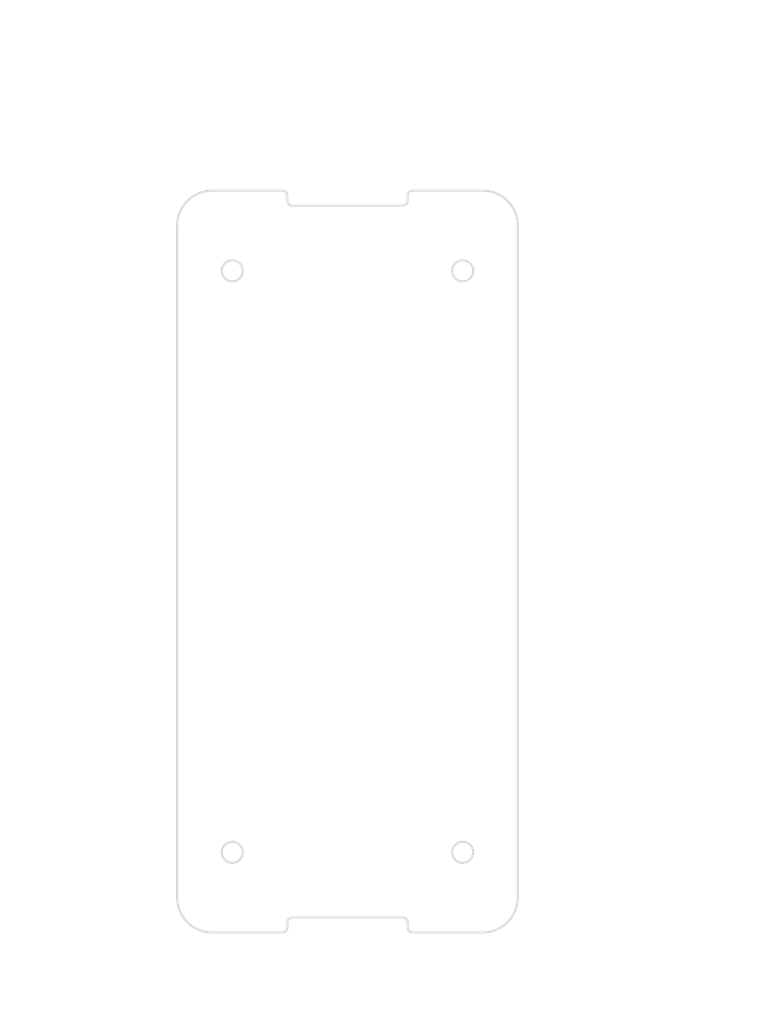
<source format=kicad_pcb>
(kicad_pcb (version 20221018) (generator pcbnew)

  (general
    (thickness 1.6)
  )

  (paper "A4")
  (layers
    (0 "F.Cu" signal)
    (31 "B.Cu" signal)
    (32 "B.Adhes" user "B.Adhesive")
    (33 "F.Adhes" user "F.Adhesive")
    (34 "B.Paste" user)
    (35 "F.Paste" user)
    (36 "B.SilkS" user "B.Silkscreen")
    (37 "F.SilkS" user "F.Silkscreen")
    (38 "B.Mask" user)
    (39 "F.Mask" user)
    (40 "Dwgs.User" user "User.Drawings")
    (41 "Cmts.User" user "User.Comments")
    (42 "Eco1.User" user "User.Eco1")
    (43 "Eco2.User" user "User.Eco2")
    (44 "Edge.Cuts" user)
    (45 "Margin" user)
    (46 "B.CrtYd" user "B.Courtyard")
    (47 "F.CrtYd" user "F.Courtyard")
    (48 "B.Fab" user)
    (49 "F.Fab" user)
  )

  (setup
    (pad_to_mask_clearance 0.051)
    (solder_mask_min_width 0.25)
    (pcbplotparams
      (layerselection 0x00010fc_ffffffff)
      (plot_on_all_layers_selection 0x0000000_00000000)
      (disableapertmacros false)
      (usegerberextensions false)
      (usegerberattributes false)
      (usegerberadvancedattributes false)
      (creategerberjobfile false)
      (dashed_line_dash_ratio 12.000000)
      (dashed_line_gap_ratio 3.000000)
      (svgprecision 4)
      (plotframeref false)
      (viasonmask false)
      (mode 1)
      (useauxorigin false)
      (hpglpennumber 1)
      (hpglpenspeed 20)
      (hpglpendiameter 15.000000)
      (dxfpolygonmode true)
      (dxfimperialunits true)
      (dxfusepcbnewfont true)
      (psnegative false)
      (psa4output false)
      (plotreference true)
      (plotvalue true)
      (plotinvisibletext false)
      (sketchpadsonfab false)
      (subtractmaskfromsilk false)
      (outputformat 1)
      (mirror false)
      (drillshape 1)
      (scaleselection 1)
      (outputdirectory "")
    )
  )

  (net 0 "")

  (gr_line (start 158.878012 137.876606) (end 185.31598 137.876606)
    (stroke (width 0.2) (type solid)) (layer "Dwgs.User") (tstamp 0c011092-c529-4552-b5bb-775bcc19edeb))
  (gr_line (start 165.878012 127.876606) (end 165.878012 86.934041)
    (stroke (width 0.2) (type solid)) (layer "Dwgs.User") (tstamp 11ddad30-bf27-4eee-9ccd-c7aafc37b91a))
  (gr_line (start 161.378012 66.376606) (end 161.378012 44.963666)
    (stroke (width 0.2) (type solid)) (layer "Dwgs.User") (tstamp 1b70354c-ad63-440d-8f72-d311ae1a1bec))
  (gr_line (start 132.878012 129.966606) (end 132.878012 129.786606)
    (stroke (width 0.2) (type solid)) (layer "Dwgs.User") (tstamp 29ad49c2-a53d-4226-b25c-356d3d096203))
  (gr_line (start 172.504913 134.376606) (end 172.504913 102.741218)
    (stroke (width 0.2) (type solid)) (layer "Dwgs.User") (tstamp 3c146952-2099-47aa-bffc-1c2684cb9fa2))
  (gr_line (start 156.878012 71.876606) (end 169.053012 71.876606)
    (stroke (width 0.2) (type solid)) (layer "Dwgs.User") (tstamp 404f727f-92ba-4247-b92f-199830ef9db6))
  (gr_line (start 123.092624 123.51121) (end 130.321343 128.213493)
    (stroke (width 0.2) (type solid)) (layer "Dwgs.User") (tstamp 46e58ea9-5cd5-4a84-a199-3e21a04988f7))
  (gr_line (start 138.378012 138.376606) (end 138.378012 146.916205)
    (stroke (width 0.2) (type solid)) (layer "Dwgs.User") (tstamp 4c3d0182-ae9b-4d75-858f-eaf58bdfaa67))
  (gr_line (start 127.378012 66.376606) (end 127.378012 44.963666)
    (stroke (width 0.2) (type solid)) (layer "Dwgs.User") (tstamp 607019dc-089b-4c65-b204-7132dd97bf1b))
  (gr_line (start 156.878012 129.876606) (end 169.053012 129.876606)
    (stroke (width 0.2) (type solid)) (layer "Dwgs.User") (tstamp 642d6e58-8ca6-475b-85c7-b86f90670e80))
  (gr_line (start 165.878012 73.876606) (end 165.878012 79.819171)
    (stroke (width 0.2) (type solid)) (layer "Dwgs.User") (tstamp 64f2413e-5dc2-46b4-be8f-5414c6cedf70))
  (gr_line (start 132.788012 129.876606) (end 132.968012 129.876606)
    (stroke (width 0.2) (type solid)) (layer "Dwgs.User") (tstamp 6ef8b52b-fe40-47ab-a256-95cfa821d45c))
  (gr_line (start 182.14098 135.876606) (end 182.14098 91.28211)
    (stroke (width 0.2) (type solid)) (layer "Dwgs.User") (tstamp 75244ff6-4e3f-4829-a461-e8ba058d45ba))
  (gr_line (start 129.378012 48.138666) (end 147.393587 48.138666)
    (stroke (width 0.2) (type solid)) (layer "Dwgs.User") (tstamp 7d51c686-bc2d-40cd-afb6-6f39143cc7bd))
  (gr_line (start 158.878012 63.876606) (end 185.31598 63.876606)
    (stroke (width 0.2) (type solid)) (layer "Dwgs.User") (tstamp 7feac794-0bb2-4324-8ea4-5aa79d3075b5))
  (gr_line (start 153.878012 59.337339) (end 148.422623 59.337339)
    (stroke (width 0.2) (type solid)) (layer "Dwgs.User") (tstamp 82d62eed-cbdb-4235-b9f8-202e1d450c93))
  (gr_line (start 118.668202 138.446145) (end 120.668202 138.446145)
    (stroke (width 0.2) (type solid)) (layer "Dwgs.User") (tstamp 8532a4c0-94e5-4513-b16e-2fb2ba7f41b5))
  (gr_line (start 132.878012 70.876606) (end 132.878012 56.162339)
    (stroke (width 0.2) (type solid)) (layer "Dwgs.User") (tstamp 8e9e8d5a-0238-44b6-aea9-e6c287ed6c6a))
  (gr_line (start 134.878012 59.337339) (end 140.333401 59.337339)
    (stroke (width 0.2) (type solid)) (layer "Dwgs.User") (tstamp 9477fbc5-ed69-4a5d-90f4-2afd4f18db49))
  (gr_line (start 121.092624 123.51121) (end 123.092624 123.51121)
    (stroke (width 0.2) (type solid)) (layer "Dwgs.User") (tstamp 9a30890b-ad3f-406d-87b9-606d573cb02a))
  (gr_line (start 159.378012 48.138666) (end 155.48281 48.138666)
    (stroke (width 0.2) (type solid)) (layer "Dwgs.User") (tstamp 9c27f99f-0e58-4eae-bab9-036bec82ea80))
  (gr_line (start 182.14098 65.876606) (end 182.14098 84.167239)
    (stroke (width 0.2) (type solid)) (layer "Dwgs.User") (tstamp bd9edbec-74b1-4c05-9866-61da1249062c))
  (gr_line (start 138.378012 143.741205) (end 135.566926 143.741205)
    (stroke (width 0.2) (type solid)) (layer "Dwgs.User") (tstamp bf04074c-5663-44d5-bfab-c4d393189bc4))
  (gr_line (start 148.378012 143.741205) (end 140.378012 143.741205)
    (stroke (width 0.2) (type solid)) (layer "Dwgs.User") (tstamp c11f4fc2-56f6-4665-b33a-15c454c33a5d))
  (gr_line (start 120.668202 138.446145) (end 125.768912 136.413048)
    (stroke (width 0.2) (type solid)) (layer "Dwgs.User") (tstamp c178dda7-8b4e-4b03-9cf7-be5a440467c9))
  (gr_line (start 150.878012 65.376606) (end 175.679913 65.376606)
    (stroke (width 0.2) (type solid)) (layer "Dwgs.User") (tstamp c1baf937-4e8f-4475-ae06-8dfaeb447f79))
  (gr_line (start 172.504913 67.376606) (end 172.504913 95.626347)
    (stroke (width 0.2) (type solid)) (layer "Dwgs.User") (tstamp c9bb0f6c-2a12-4e7b-9a4f-ff076351aa48))
  (gr_line (start 150.878012 136.376606) (end 175.679913 136.376606)
    (stroke (width 0.2) (type solid)) (layer "Dwgs.User") (tstamp dbef24cd-aa73-43d9-95ab-dd0749b4faab))
  (gr_line (start 150.378012 138.376606) (end 150.378012 146.916205)
    (stroke (width 0.2) (type solid)) (layer "Dwgs.User") (tstamp e7cb3d1d-899c-4428-b218-dc787644359a))
  (gr_line (start 155.878012 70.876606) (end 155.878012 56.162339)
    (stroke (width 0.2) (type solid)) (layer "Dwgs.User") (tstamp ee475acb-c306-4f63-a1f0-16dfe88659b7))
  (gr_arc (start 137.878012 63.876606) (mid 138.231565 64.023053) (end 138.378012 64.376606)
    (stroke (width 0.2) (type solid)) (layer "Edge.Cuts") (tstamp 1763a350-ad74-4958-98b8-726d3398de7d))
  (gr_line (start 157.878012 63.876606) (end 150.878012 63.876606)
    (stroke (width 0.2) (type solid)) (layer "Edge.Cuts") (tstamp 2a529ed7-b1aa-43a1-b566-8e12c60cdd06))
  (gr_line (start 138.378012 137.376606) (end 138.378012 136.876606)
    (stroke (width 0.2) (type solid)) (layer "Edge.Cuts") (tstamp 2aaf2acc-16e2-4218-afdc-f06fa1147b8e))
  (gr_line (start 150.378012 136.876606) (end 150.378012 137.376606)
    (stroke (width 0.2) (type solid)) (layer "Edge.Cuts") (tstamp 34b23a3a-a0de-4527-933f-6a6391f42193))
  (gr_circle (center 132.878012 71.876606) (end 133.928012 71.876606)
    (stroke (width 0.2) (type solid)) (fill none) (layer "Edge.Cuts") (tstamp 3e759060-e13d-410b-851b-00b06d6d964e))
  (gr_arc (start 157.878012 63.876606) (mid 160.352886 64.901732) (end 161.378012 67.376606)
    (stroke (width 0.2) (type solid)) (layer "Edge.Cuts") (tstamp 42ef25b0-312d-481e-a3e5-351727f155fc))
  (gr_line (start 150.878012 137.876606) (end 157.878012 137.876606)
    (stroke (width 0.2) (type solid)) (layer "Edge.Cuts") (tstamp 4c15ca01-14ed-4faa-b399-c4f3b60338e3))
  (gr_circle (center 132.878012 129.876606) (end 133.928012 129.876606)
    (stroke (width 0.2) (type solid)) (fill none) (layer "Edge.Cuts") (tstamp 557d16a4-4599-4c8e-aa5a-0c87d9809f3c))
  (gr_line (start 161.378012 134.376606) (end 161.378012 67.376606)
    (stroke (width 0.2) (type solid)) (layer "Edge.Cuts") (tstamp 5647c08a-edeb-487f-9085-3e21ab965e27))
  (gr_arc (start 127.378012 67.376606) (mid 128.403138 64.901732) (end 130.878012 63.876606)
    (stroke (width 0.2) (type solid)) (layer "Edge.Cuts") (tstamp 5ae5192c-ff5e-4d94-b469-3f3754a3ab4a))
  (gr_line (start 138.878012 136.376606) (end 149.878012 136.376606)
    (stroke (width 0.2) (type solid)) (layer "Edge.Cuts") (tstamp 5b61ccc1-51a0-440a-ba0c-33f341753916))
  (gr_line (start 137.878012 63.876606) (end 130.878012 63.876606)
    (stroke (width 0.2) (type solid)) (layer "Edge.Cuts") (tstamp 61c10550-a4e6-48f6-8ea4-e932c3284c00))
  (gr_arc (start 150.878012 137.876606) (mid 150.524459 137.730159) (end 150.378012 137.376606)
    (stroke (width 0.2) (type solid)) (layer "Edge.Cuts") (tstamp 67ac8734-6135-425f-ba31-094dbf2794e6))
  (gr_arc (start 138.378012 136.876606) (mid 138.524459 136.523053) (end 138.878012 136.376606)
    (stroke (width 0.2) (type solid)) (layer "Edge.Cuts") (tstamp 7789c155-79bf-4018-b473-c0a41c123b31))
  (gr_circle (center 155.878012 129.876606) (end 156.928012 129.876606)
    (stroke (width 0.2) (type solid)) (fill none) (layer "Edge.Cuts") (tstamp 7d24a178-b722-4dc7-ae3e-cce226663a1e))
  (gr_arc (start 149.878012 136.376606) (mid 150.231565 136.523053) (end 150.378012 136.876606)
    (stroke (width 0.2) (type solid)) (layer "Edge.Cuts") (tstamp 890b649c-9788-4077-a9a3-2cf17b48500b))
  (gr_circle (center 155.878012 71.876606) (end 156.928012 71.876606)
    (stroke (width 0.2) (type solid)) (fill none) (layer "Edge.Cuts") (tstamp 93b80147-cf8c-49e5-840f-89f0661bf56d))
  (gr_arc (start 150.378012 64.376606) (mid 150.524459 64.023053) (end 150.878012 63.876606)
    (stroke (width 0.2) (type solid)) (layer "Edge.Cuts") (tstamp 950a1b0b-394c-4103-98ad-d2b14301f844))
  (gr_arc (start 138.378012 137.376606) (mid 138.231565 137.730159) (end 137.878012 137.876606)
    (stroke (width 0.2) (type solid)) (layer "Edge.Cuts") (tstamp bb8a1012-4e23-4330-bb0d-57e28613c2c0))
  (gr_line (start 127.378012 67.376606) (end 127.378012 134.376606)
    (stroke (width 0.2) (type solid)) (layer "Edge.Cuts") (tstamp c6b8b9be-c853-4cc5-b3c4-e39084ceeaac))
  (gr_arc (start 138.878012 65.376606) (mid 138.524459 65.230159) (end 138.378012 64.876606)
    (stroke (width 0.2) (type solid)) (layer "Edge.Cuts") (tstamp ccb92f86-849e-4847-a94d-4b6cd0d63564))
  (gr_arc (start 130.878012 137.876606) (mid 128.403138 136.85148) (end 127.378012 134.376606)
    (stroke (width 0.2) (type solid)) (layer "Edge.Cuts") (tstamp db5506e7-d068-4fbd-be5f-4e4a30401106))
  (gr_line (start 149.878012 65.376606) (end 138.878012 65.376606)
    (stroke (width 0.2) (type solid)) (layer "Edge.Cuts") (tstamp dbbec8a1-52cc-467c-9816-f173aca92a67))
  (gr_line (start 150.378012 64.376606) (end 150.378012 64.876606)
    (stroke (width 0.2) (type solid)) (layer "Edge.Cuts") (tstamp ddb781ee-b570-432c-b3a5-f30effd59e1f))
  (gr_arc (start 150.378012 64.876606) (mid 150.231565 65.230159) (end 149.878012 65.376606)
    (stroke (width 0.2) (type solid)) (layer "Edge.Cuts") (tstamp dfe49c62-4cca-4365-8a0a-5598604183f2))
  (gr_line (start 138.378012 64.876606) (end 138.378012 64.376606)
    (stroke (width 0.2) (type solid)) (layer "Edge.Cuts") (tstamp e115e1fb-d908-48b0-8477-e592f3e24232))
  (gr_line (start 130.878012 137.876606) (end 137.878012 137.876606)
    (stroke (width 0.2) (type solid)) (layer "Edge.Cuts") (tstamp e9d79574-9dbc-4359-b6f4-b64e08a7dc3e))
  (gr_arc (start 161.378012 134.376606) (mid 160.352886 136.85148) (end 157.878012 137.876606)
    (stroke (width 0.2) (type solid)) (layer "Edge.Cuts") (tstamp f8ff18fe-9bd4-4f2f-accd-0a1b0c316677))
  (gr_text " R3.50" (at 114.197431 136.777591) (layer "Dwgs.User") (tstamp 055d2dd1-a7cd-4668-87bc-13c06f6347e5)
    (effects (font (size 1.7 1.53) (thickness 0.2125)))
  )
  (gr_text "[1.34]" (at 151.438199 50.028127) (layer "Dwgs.User") (tstamp 3424c171-ba36-427a-99c5-a4b1b18748cd)
    (effects (font (size 1.7 1.53) (thickness 0.2125)))
  )
  (gr_text "[2.80]" (at 172.504913 101.073244) (layer "Dwgs.User") (tstamp 661d288d-e99d-4322-98d2-624c0cb2859d)
    (effects (font (size 1.7 1.53) (thickness 0.2125)))
  )
  (gr_text "[.47]" (at 131.522314 145.627187) (layer "Dwgs.User") (tstamp 9745c92e-51e8-41ef-9c7b-75c3c0296048)
    (effects (font (size 1.7 1.53) (thickness 0.2125)))
  )
  (gr_text " 23.00" (at 144.378012 57.668785) (layer "Dwgs.User") (tstamp b13a2f09-e138-4f23-8e0f-be364db207a0)
    (effects (font (size 1.7 1.53) (thickness 0.2125)))
  )
  (gr_text "[2.91]" (at 182.14098 89.614136) (layer "Dwgs.User") (tstamp b9be12e8-12d0-4b15-8f37-75ccc69443d5)
    (effects (font (size 1.7 1.53) (thickness 0.2125)))
  )
  (gr_text " 34.00" (at 151.438199 46.470112) (layer "Dwgs.User") (tstamp be86c949-e389-406c-bf58-207101dfeab5)
    (effects (font (size 1.7 1.53) (thickness 0.2125)))
  )
  (gr_text " ∅2.10\n[∅0.08]" (at 116.555755 123.51121) (layer "Dwgs.User") (tstamp c6b0e4b8-0652-41e0-92d3-0ca5bed8de68)
    (effects (font (size 1.7 1.53) (thickness 0.2125)))
  )
  (gr_text " 58.00" (at 165.878012 81.708632) (layer "Dwgs.User") (tstamp cc82f540-3a5c-45cd-80a0-e1fe98e6c683)
    (effects (font (size 1.7 1.53) (thickness 0.2125)))
  )
  (gr_text " 12.00" (at 131.522314 142.073231) (layer "Dwgs.User") (tstamp cfede48a-ece2-49bb-a077-fec5793e7678)
    (effects (font (size 1.7 1.53) (thickness 0.2125)))
  )
  (gr_text " 74.00" (at 182.14098 86.056701) (layer "Dwgs.User") (tstamp d5f302fd-ec94-43b5-9dbe-7690a396f1c9)
    (effects (font (size 1.7 1.53) (thickness 0.2125)))
  )
  (gr_text "[2.28]" (at 165.878012 85.266067) (layer "Dwgs.User") (tstamp db98fc22-b648-490b-b456-c67320733eec)
    (effects (font (size 1.7 1.53) (thickness 0.2125)))
  )
  (gr_text " 71.00" (at 172.504913 97.515808) (layer "Dwgs.User") (tstamp defd0baa-39f0-4bde-93c7-42b4a6afc767)
    (effects (font (size 1.7 1.53) (thickness 0.2125)))
  )
  (gr_text "[.91]" (at 144.378012 61.2268) (layer "Dwgs.User") (tstamp efbc7f98-7e95-4e52-9ad8-1d49c73f41a2)
    (effects (font (size 1.7 1.53) (thickness 0.2125)))
  )
  (gr_text "[R0.14]" (at 114.197431 140.335606) (layer "Dwgs.User") (tstamp f25b6b8a-bb91-404e-b414-1f71ab1aab13)
    (effects (font (size 1.7 1.53) (thickness 0.2125)))
  )

)

</source>
